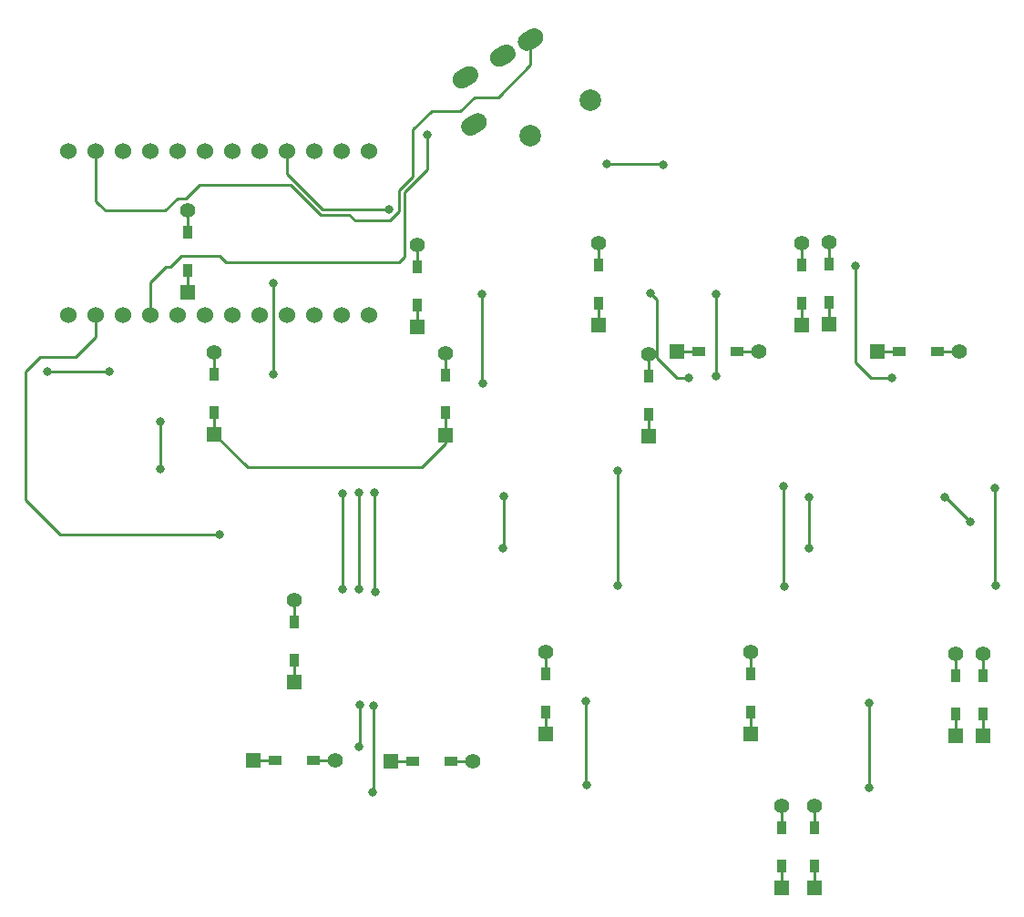
<source format=gbr>
G04 #@! TF.GenerationSoftware,KiCad,Pcbnew,(5.1.6-0-10_14)*
G04 #@! TF.CreationDate,2022-05-03T07:19:32+09:00*
G04 #@! TF.ProjectId,cool936,636f6f6c-3933-4362-9e6b-696361645f70,rev?*
G04 #@! TF.SameCoordinates,Original*
G04 #@! TF.FileFunction,Copper,L1,Top*
G04 #@! TF.FilePolarity,Positive*
%FSLAX46Y46*%
G04 Gerber Fmt 4.6, Leading zero omitted, Abs format (unit mm)*
G04 Created by KiCad (PCBNEW (5.1.6-0-10_14)) date 2022-05-03 07:19:32*
%MOMM*%
%LPD*%
G01*
G04 APERTURE LIST*
G04 #@! TA.AperFunction,SMDPad,CuDef*
%ADD10R,0.950000X1.300000*%
G04 #@! TD*
G04 #@! TA.AperFunction,ComponentPad*
%ADD11C,1.397000*%
G04 #@! TD*
G04 #@! TA.AperFunction,ComponentPad*
%ADD12R,1.397000X1.397000*%
G04 #@! TD*
G04 #@! TA.AperFunction,SMDPad,CuDef*
%ADD13R,1.300000X0.950000*%
G04 #@! TD*
G04 #@! TA.AperFunction,ComponentPad*
%ADD14C,1.524000*%
G04 #@! TD*
G04 #@! TA.AperFunction,ComponentPad*
%ADD15C,2.000000*%
G04 #@! TD*
G04 #@! TA.AperFunction,ViaPad*
%ADD16C,0.800000*%
G04 #@! TD*
G04 #@! TA.AperFunction,Conductor*
%ADD17C,0.250000*%
G04 #@! TD*
G04 APERTURE END LIST*
D10*
X39350000Y-12745000D03*
D11*
X39350000Y-10710000D03*
D12*
X39350000Y-18330000D03*
D10*
X39350000Y-16295000D03*
X46790000Y-35765000D03*
D11*
X46790000Y-33730000D03*
D12*
X46790000Y-41350000D03*
D10*
X46790000Y-39315000D03*
X95100000Y-54905000D03*
D11*
X95100000Y-52870000D03*
D12*
X95100000Y-60490000D03*
D10*
X95100000Y-58455000D03*
X92090000Y-54905000D03*
D11*
X92090000Y-52870000D03*
D12*
X92090000Y-60490000D03*
D10*
X92090000Y-58455000D03*
X89230000Y-40645000D03*
D11*
X89230000Y-38610000D03*
D12*
X89230000Y-46230000D03*
D10*
X89230000Y-44195000D03*
X108220000Y-40795000D03*
D11*
X108220000Y-38760000D03*
D12*
X108220000Y-46380000D03*
D10*
X108220000Y-44345000D03*
X110750000Y-44375000D03*
D12*
X110750000Y-46410000D03*
D11*
X110750000Y-38790000D03*
D10*
X110750000Y-40825000D03*
D13*
X48555000Y-48660000D03*
D11*
X50590000Y-48660000D03*
D12*
X42970000Y-48660000D03*
D13*
X45005000Y-48660000D03*
X61305000Y-48730000D03*
D11*
X63340000Y-48730000D03*
D12*
X55720000Y-48730000D03*
D13*
X57755000Y-48730000D03*
D10*
X36880000Y435000D03*
D11*
X36880000Y2470000D03*
D12*
X36880000Y-5150000D03*
D10*
X36880000Y-3115000D03*
D14*
X25772000Y7991400D03*
X28312000Y7991400D03*
X30852000Y7991400D03*
X33392000Y7991400D03*
X35932000Y7991400D03*
X38472000Y7991400D03*
X41012000Y7991400D03*
X43552000Y7991400D03*
X46092000Y7991400D03*
X48632000Y7991400D03*
X51172000Y7991400D03*
X53712000Y7991400D03*
X53712000Y-7228600D03*
X51172000Y-7228600D03*
X48632000Y-7228600D03*
X46092000Y-7228600D03*
X43552000Y-7228600D03*
X41012000Y-7228600D03*
X38472000Y-7228600D03*
X35932000Y-7228600D03*
X33392000Y-7228600D03*
X30852000Y-7228600D03*
X28312000Y-7228600D03*
X25772000Y-7228600D03*
G04 #@! TA.AperFunction,ComponentPad*
G36*
G01*
X69513526Y17822531D02*
X68820706Y17422531D01*
G75*
G02*
X67659584Y17733653I-425000J736122D01*
G01*
X67659584Y17733653D01*
G75*
G02*
X67970706Y18894775I736122J425000D01*
G01*
X68663526Y19294775D01*
G75*
G02*
X69824648Y18983653I425000J-736122D01*
G01*
X69824648Y18983653D01*
G75*
G02*
X69513526Y17822531I-736122J-425000D01*
G01*
G37*
G04 #@! TD.AperFunction*
G04 #@! TA.AperFunction,ComponentPad*
G36*
G01*
X66915450Y16322531D02*
X66222630Y15922531D01*
G75*
G02*
X65061508Y16233653I-425000J736122D01*
G01*
X65061508Y16233653D01*
G75*
G02*
X65372630Y17394775I736122J425000D01*
G01*
X66065450Y17794775D01*
G75*
G02*
X67226572Y17483653I425000J-736122D01*
G01*
X67226572Y17483653D01*
G75*
G02*
X66915450Y16322531I-736122J-425000D01*
G01*
G37*
G04 #@! TD.AperFunction*
G04 #@! TA.AperFunction,ComponentPad*
G36*
G01*
X63451348Y14322531D02*
X62758528Y13922531D01*
G75*
G02*
X61597406Y14233653I-425000J736122D01*
G01*
X61597406Y14233653D01*
G75*
G02*
X61908528Y15394775I736122J425000D01*
G01*
X62601348Y15794775D01*
G75*
G02*
X63762470Y15483653I425000J-736122D01*
G01*
X63762470Y15483653D01*
G75*
G02*
X63451348Y14322531I-736122J-425000D01*
G01*
G37*
G04 #@! TD.AperFunction*
G04 #@! TA.AperFunction,ComponentPad*
G36*
G01*
X64252310Y9935225D02*
X63559490Y9535225D01*
G75*
G02*
X62398368Y9846347I-425000J736122D01*
G01*
X62398368Y9846347D01*
G75*
G02*
X62709490Y11007469I736122J425000D01*
G01*
X63402310Y11407469D01*
G75*
G02*
X64563432Y11096347I425000J-736122D01*
G01*
X64563432Y11096347D01*
G75*
G02*
X64252310Y9935225I-736122J-425000D01*
G01*
G37*
G04 #@! TD.AperFunction*
D15*
X74324583Y12685000D03*
X68695417Y9435000D03*
D10*
X75040000Y-2595000D03*
D11*
X75040000Y-560000D03*
D12*
X75040000Y-8180000D03*
D10*
X75040000Y-6145000D03*
X58200000Y-2735000D03*
D11*
X58200000Y-700000D03*
D12*
X58200000Y-8320000D03*
D10*
X58200000Y-6285000D03*
X96480000Y-2535000D03*
D11*
X96480000Y-500000D03*
D12*
X96480000Y-8120000D03*
D10*
X96480000Y-6085000D03*
X93900000Y-2625000D03*
D11*
X93900000Y-590000D03*
D12*
X93900000Y-8210000D03*
D10*
X93900000Y-6175000D03*
D13*
X87925000Y-10620000D03*
D11*
X89960000Y-10620000D03*
D12*
X82340000Y-10620000D03*
D13*
X84375000Y-10620000D03*
X102965000Y-10620000D03*
D12*
X100930000Y-10620000D03*
D11*
X108550000Y-10620000D03*
D13*
X106515000Y-10620000D03*
D10*
X70160000Y-40605000D03*
D11*
X70160000Y-38570000D03*
D12*
X70160000Y-46190000D03*
D10*
X70160000Y-44155000D03*
X79720000Y-12955000D03*
D11*
X79720000Y-10920000D03*
D12*
X79720000Y-18540000D03*
D10*
X79720000Y-16505000D03*
X60810000Y-12805000D03*
D11*
X60810000Y-10770000D03*
D12*
X60810000Y-18390000D03*
D10*
X60810000Y-16355000D03*
D16*
X51230000Y-23860000D03*
X51270000Y-32720000D03*
X52870000Y-43480000D03*
X52820000Y-47370000D03*
X52790000Y-23800000D03*
X52790000Y-32720000D03*
X85960000Y-12940000D03*
X85960000Y-5340000D03*
X66210000Y-24140000D03*
X66190000Y-28970000D03*
X94640000Y-24170000D03*
X94640000Y-28970000D03*
X39810000Y-27680000D03*
X59140000Y9550000D03*
X34320000Y-21550000D03*
X34320000Y-17200000D03*
X109590000Y-26480000D03*
X107220000Y-24220000D03*
X23871000Y-12529000D03*
X29600000Y-12530000D03*
X54270000Y-32970000D03*
X54220000Y-23800000D03*
X44840000Y-12780000D03*
X44790000Y-4250000D03*
X54070000Y-51600000D03*
X54130000Y-43540000D03*
X76870000Y-32410000D03*
X64290000Y-13600000D03*
X64220000Y-5290000D03*
X73900000Y-43150000D03*
X73960000Y-50910000D03*
X55590000Y2540000D03*
X76800000Y-21700000D03*
X79900000Y-5250000D03*
X92240000Y-23210000D03*
X92300000Y-32490000D03*
X100240000Y-43320000D03*
X83420000Y-13130000D03*
X100240000Y-51190000D03*
X111940000Y-32410000D03*
X98950000Y-2670000D03*
X102290000Y-13110000D03*
X111920000Y-23310000D03*
X75850000Y6760000D03*
X81040000Y6730000D03*
D17*
X36880000Y2470000D02*
X36880000Y435000D01*
X36880000Y2230000D02*
X36880000Y195000D01*
X58200000Y-700000D02*
X58200000Y-2735000D01*
X75040000Y-560000D02*
X75040000Y-2595000D01*
X93900000Y-590000D02*
X93900000Y-2625000D01*
X96480000Y-500000D02*
X96480000Y-2535000D01*
X60810000Y-10770000D02*
X60810000Y-12805000D01*
X79720000Y-10920000D02*
X79720000Y-12955000D01*
X89960000Y-10620000D02*
X87925000Y-10620000D01*
X106515000Y-10620000D02*
X108550000Y-10620000D01*
X70160000Y-38570000D02*
X70160000Y-40605000D01*
X89230000Y-38610000D02*
X89230000Y-40645000D01*
X108220000Y-38760000D02*
X108220000Y-40795000D01*
X110750000Y-40825000D02*
X110750000Y-38790000D01*
X50590000Y-48660000D02*
X48555000Y-48660000D01*
X61305000Y-48730000D02*
X63340000Y-48730000D01*
X92090000Y-54905000D02*
X92090000Y-52870000D01*
X39350000Y-10710000D02*
X39350000Y-12745000D01*
X46790000Y-33730000D02*
X46790000Y-35765000D01*
X95100000Y-52870000D02*
X95100000Y-54905000D01*
X96480000Y-6085000D02*
X96480000Y-8120000D01*
X36880000Y-3355000D02*
X36880000Y-5390000D01*
X58200000Y-6285000D02*
X58200000Y-8320000D01*
X75040000Y-6145000D02*
X75040000Y-8180000D01*
X93900000Y-6175000D02*
X93900000Y-8210000D01*
X36880000Y-5150000D02*
X36880000Y-3115000D01*
X84375000Y-10620000D02*
X82340000Y-10620000D01*
X100930000Y-10620000D02*
X102965000Y-10620000D01*
X79720000Y-16505000D02*
X79720000Y-18540000D01*
X60810000Y-16355000D02*
X60810000Y-18390000D01*
X39350000Y-16295000D02*
X39350000Y-18330000D01*
X42445001Y-21425001D02*
X58614999Y-21425001D01*
X39350000Y-18330000D02*
X42445001Y-21425001D01*
X60810000Y-19230000D02*
X60810000Y-18390000D01*
X58614999Y-21425001D02*
X60810000Y-19230000D01*
X51270000Y-23900000D02*
X51230000Y-23860000D01*
X89230000Y-44195000D02*
X89230000Y-46230000D01*
X108220000Y-44345000D02*
X108220000Y-46380000D01*
X110750000Y-46410000D02*
X110750000Y-44375000D01*
X46790000Y-39315000D02*
X46790000Y-41350000D01*
X51270000Y-32720000D02*
X51270000Y-23900000D01*
X70160000Y-44155000D02*
X70160000Y-46190000D01*
X45005000Y-48660000D02*
X42970000Y-48660000D01*
X95100000Y-58455000D02*
X95100000Y-60490000D01*
X52790000Y-23800000D02*
X52790000Y-32720000D01*
X55720000Y-48730000D02*
X57755000Y-48730000D01*
X52870000Y-43480000D02*
X52870000Y-47320000D01*
X92090000Y-60490000D02*
X92090000Y-58455000D01*
X52870000Y-47320000D02*
X52820000Y-47370000D01*
X49203599Y2089991D02*
X46428589Y4865001D01*
X68742116Y16024330D02*
X65732785Y13014999D01*
X36728217Y3592999D02*
X35942999Y3592999D01*
X57790000Y9980000D02*
X57790000Y5616410D01*
X56529990Y2406988D02*
X55683002Y1560000D01*
X35942999Y3592999D02*
X34790000Y2440000D01*
X65732785Y13014999D02*
X63524999Y13014999D01*
X46428589Y4865001D02*
X38000219Y4865001D01*
X62220000Y11710000D02*
X59520000Y11710000D01*
X63524999Y13014999D02*
X62220000Y11710000D01*
X68742116Y18358653D02*
X68742116Y16024330D01*
X28312000Y3348000D02*
X28635000Y3025000D01*
X51880010Y2089990D02*
X49203599Y2089991D01*
X28635000Y3025000D02*
X28392000Y3268000D01*
X57790000Y5616410D02*
X56529990Y4356400D01*
X52410000Y1560000D02*
X51880010Y2089990D01*
X38000219Y4865001D02*
X36728217Y3592999D01*
X59520000Y11710000D02*
X57790000Y9980000D01*
X34790000Y2440000D02*
X29220000Y2440000D01*
X55683002Y1560000D02*
X52410000Y1560000D01*
X29220000Y2440000D02*
X28635000Y3025000D01*
X28312000Y7991400D02*
X28312000Y3348000D01*
X56529990Y4356400D02*
X56529990Y2406988D01*
X85960000Y-5340000D02*
X85960000Y-12940000D01*
X66210000Y-24140000D02*
X66210000Y-28950000D01*
X66210000Y-28950000D02*
X66190000Y-28970000D01*
X94640000Y-24170000D02*
X94640000Y-28970000D01*
X25050000Y-27680000D02*
X39810000Y-27680000D01*
X21820000Y-24450000D02*
X25050000Y-27680000D01*
X23190000Y-11170000D02*
X21820000Y-12540000D01*
X21820000Y-12540000D02*
X21820000Y-24450000D01*
X28312000Y-9328000D02*
X26470000Y-11170000D01*
X28312000Y-7228600D02*
X28312000Y-9328000D01*
X26470000Y-11170000D02*
X23190000Y-11170000D01*
X33392000Y-7228600D02*
X33392000Y-4228000D01*
X34110000Y-3510000D02*
X33472000Y-4148000D01*
X33392000Y-4228000D02*
X34110000Y-3510000D01*
X56980000Y-1820000D02*
X56481099Y-2318901D01*
X56980000Y4170000D02*
X56980000Y-1820000D01*
X59140000Y6330000D02*
X56980000Y4170000D01*
X59140000Y9550000D02*
X59140000Y6330000D01*
X34820000Y-2800000D02*
X34110000Y-3510000D01*
X36300000Y-1720000D02*
X39800000Y-1720000D01*
X39800000Y-1720000D02*
X40398901Y-2318901D01*
X56481099Y-2318901D02*
X40398901Y-2318901D01*
X35220000Y-2800000D02*
X36300000Y-1720000D01*
X34820000Y-2800000D02*
X35220000Y-2800000D01*
X34320000Y-21550000D02*
X34320000Y-17200000D01*
X107330000Y-24220000D02*
X107220000Y-24220000D01*
X109590000Y-26480000D02*
X107330000Y-24220000D01*
X23872000Y-12530000D02*
X23871000Y-12529000D01*
X29600000Y-12530000D02*
X23872000Y-12530000D01*
X54220000Y-23800000D02*
X54220000Y-32920000D01*
X54220000Y-32920000D02*
X54270000Y-32970000D01*
X44810000Y-9620000D02*
X44810000Y-12750000D01*
X44810000Y-12750000D02*
X44840000Y-12780000D01*
X44810000Y-4990000D02*
X44810000Y-4270000D01*
X44810000Y-4270000D02*
X44790000Y-4250000D01*
X44810000Y-9620000D02*
X44810000Y-4990000D01*
X54130000Y-51540000D02*
X54070000Y-51600000D01*
X54130000Y-43540000D02*
X54130000Y-51540000D01*
X46355000Y5575000D02*
X46172000Y5758000D01*
X46092000Y5838000D02*
X46355000Y5575000D01*
X64220000Y-5290000D02*
X64220000Y-13530000D01*
X73900000Y-50850000D02*
X73960000Y-50910000D01*
X46092000Y7991400D02*
X46092000Y5838000D01*
X55590000Y2540000D02*
X49390000Y2540000D01*
X64220000Y-13530000D02*
X64290000Y-13600000D01*
X49390000Y2540000D02*
X46355000Y5575000D01*
X73900000Y-43150000D02*
X73900000Y-50850000D01*
X76800000Y-21700000D02*
X76800000Y-23120000D01*
X76800000Y-32340000D02*
X76870000Y-32410000D01*
X76800000Y-21700000D02*
X76800000Y-32340000D01*
X92240000Y-32430000D02*
X92300000Y-32490000D01*
X92240000Y-23210000D02*
X92240000Y-32430000D01*
X80490000Y-11260000D02*
X82360000Y-13130000D01*
X79900000Y-5250000D02*
X80490000Y-5840000D01*
X100240000Y-43320000D02*
X100240000Y-51190000D01*
X82360000Y-13130000D02*
X83420000Y-13130000D01*
X80490000Y-5840000D02*
X80490000Y-11260000D01*
X98950000Y-11660000D02*
X100400000Y-13110000D01*
X81010000Y6760000D02*
X81040000Y6730000D01*
X75850000Y6760000D02*
X81010000Y6760000D01*
X111920000Y-32390000D02*
X111940000Y-32410000D01*
X111920000Y-23310000D02*
X111920000Y-32390000D01*
X98950000Y-5330000D02*
X98950000Y-2670000D01*
X98950000Y-5330000D02*
X98950000Y-11660000D01*
X100400000Y-13110000D02*
X102290000Y-13110000D01*
M02*

</source>
